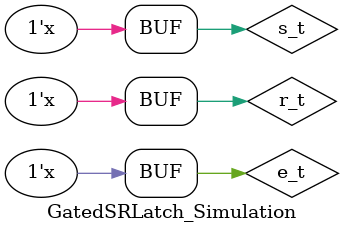
<source format=v>
`timescale 1ns / 1ps

module GatedSRLatch_Simulation();

    reg s_t;
    reg r_t;
    reg e_t;
    wire q_t;
    wire qb_t;

    GatedSRLatch latch(
        .S(s_t), .R(r_t),
        .E(e_t), .Q(q_t),
        .Qb(qb_t)
    );

    initial begin
        s_t = 1'b0;
        r_t = 1'b0;
        e_t = 1'b0;
    end

    always #20 s_t = ~s_t;
    always #40 r_t = ~r_t;
    always #80 e_t = ~e_t;

endmodule
</source>
